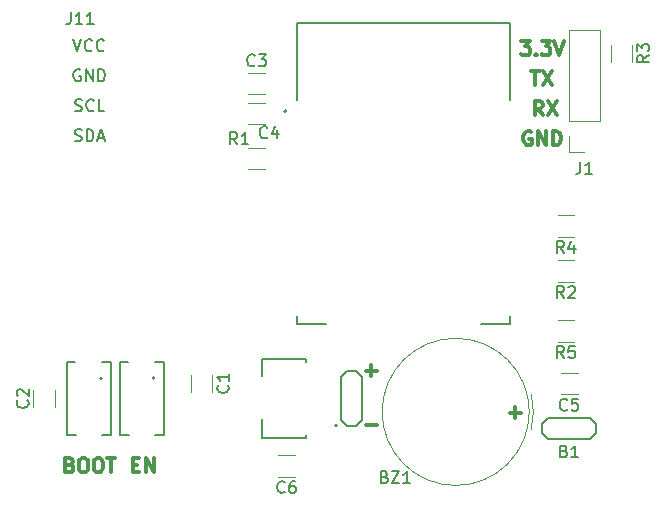
<source format=gbr>
G04 #@! TF.GenerationSoftware,KiCad,Pcbnew,(5.1.7)-1*
G04 #@! TF.CreationDate,2021-04-12T14:54:16+02:00*
G04 #@! TF.ProjectId,FitnessTracker.kicad_pcb2,4669746e-6573-4735-9472-61636b65722e,rev?*
G04 #@! TF.SameCoordinates,Original*
G04 #@! TF.FileFunction,Legend,Top*
G04 #@! TF.FilePolarity,Positive*
%FSLAX46Y46*%
G04 Gerber Fmt 4.6, Leading zero omitted, Abs format (unit mm)*
G04 Created by KiCad (PCBNEW (5.1.7)-1) date 2021-04-12 14:54:16*
%MOMM*%
%LPD*%
G01*
G04 APERTURE LIST*
%ADD10C,0.300000*%
%ADD11C,0.120000*%
%ADD12C,0.150000*%
%ADD13C,0.200000*%
%ADD14C,0.127000*%
%ADD15C,0.050000*%
G04 APERTURE END LIST*
D10*
X188518857Y-95589714D02*
X189433142Y-95589714D01*
X188518857Y-91017714D02*
X189433142Y-91017714D01*
X188976000Y-91474857D02*
X188976000Y-90560571D01*
X202539714Y-70774000D02*
X202425428Y-70716857D01*
X202254000Y-70716857D01*
X202082571Y-70774000D01*
X201968285Y-70888285D01*
X201911142Y-71002571D01*
X201854000Y-71231142D01*
X201854000Y-71402571D01*
X201911142Y-71631142D01*
X201968285Y-71745428D01*
X202082571Y-71859714D01*
X202254000Y-71916857D01*
X202368285Y-71916857D01*
X202539714Y-71859714D01*
X202596857Y-71802571D01*
X202596857Y-71402571D01*
X202368285Y-71402571D01*
X203111142Y-71916857D02*
X203111142Y-70716857D01*
X203796857Y-71916857D01*
X203796857Y-70716857D01*
X204368285Y-71916857D02*
X204368285Y-70716857D01*
X204654000Y-70716857D01*
X204825428Y-70774000D01*
X204939714Y-70888285D01*
X204996857Y-71002571D01*
X205054000Y-71231142D01*
X205054000Y-71402571D01*
X204996857Y-71631142D01*
X204939714Y-71745428D01*
X204825428Y-71859714D01*
X204654000Y-71916857D01*
X204368285Y-71916857D01*
X202539714Y-65636857D02*
X203225428Y-65636857D01*
X202882571Y-66836857D02*
X202882571Y-65636857D01*
X203511142Y-65636857D02*
X204311142Y-66836857D01*
X204311142Y-65636857D02*
X203511142Y-66836857D01*
X203508000Y-69376857D02*
X203108000Y-68805428D01*
X202822285Y-69376857D02*
X202822285Y-68176857D01*
X203279428Y-68176857D01*
X203393714Y-68234000D01*
X203450857Y-68291142D01*
X203508000Y-68405428D01*
X203508000Y-68576857D01*
X203450857Y-68691142D01*
X203393714Y-68748285D01*
X203279428Y-68805428D01*
X202822285Y-68805428D01*
X203908000Y-68176857D02*
X204708000Y-69376857D01*
X204708000Y-68176857D02*
X203908000Y-69376857D01*
X201682571Y-63096857D02*
X202425428Y-63096857D01*
X202025428Y-63554000D01*
X202196857Y-63554000D01*
X202311142Y-63611142D01*
X202368285Y-63668285D01*
X202425428Y-63782571D01*
X202425428Y-64068285D01*
X202368285Y-64182571D01*
X202311142Y-64239714D01*
X202196857Y-64296857D01*
X201854000Y-64296857D01*
X201739714Y-64239714D01*
X201682571Y-64182571D01*
X202939714Y-64182571D02*
X202996857Y-64239714D01*
X202939714Y-64296857D01*
X202882571Y-64239714D01*
X202939714Y-64182571D01*
X202939714Y-64296857D01*
X203396857Y-63096857D02*
X204139714Y-63096857D01*
X203739714Y-63554000D01*
X203911142Y-63554000D01*
X204025428Y-63611142D01*
X204082571Y-63668285D01*
X204139714Y-63782571D01*
X204139714Y-64068285D01*
X204082571Y-64182571D01*
X204025428Y-64239714D01*
X203911142Y-64296857D01*
X203568285Y-64296857D01*
X203454000Y-64239714D01*
X203396857Y-64182571D01*
X204482571Y-63096857D02*
X204882571Y-64296857D01*
X205282571Y-63096857D01*
X200710857Y-94573714D02*
X201625142Y-94573714D01*
X201168000Y-95030857D02*
X201168000Y-94116571D01*
X163471428Y-98974285D02*
X163642857Y-99031428D01*
X163700000Y-99088571D01*
X163757142Y-99202857D01*
X163757142Y-99374285D01*
X163700000Y-99488571D01*
X163642857Y-99545714D01*
X163528571Y-99602857D01*
X163071428Y-99602857D01*
X163071428Y-98402857D01*
X163471428Y-98402857D01*
X163585714Y-98460000D01*
X163642857Y-98517142D01*
X163700000Y-98631428D01*
X163700000Y-98745714D01*
X163642857Y-98860000D01*
X163585714Y-98917142D01*
X163471428Y-98974285D01*
X163071428Y-98974285D01*
X164500000Y-98402857D02*
X164728571Y-98402857D01*
X164842857Y-98460000D01*
X164957142Y-98574285D01*
X165014285Y-98802857D01*
X165014285Y-99202857D01*
X164957142Y-99431428D01*
X164842857Y-99545714D01*
X164728571Y-99602857D01*
X164500000Y-99602857D01*
X164385714Y-99545714D01*
X164271428Y-99431428D01*
X164214285Y-99202857D01*
X164214285Y-98802857D01*
X164271428Y-98574285D01*
X164385714Y-98460000D01*
X164500000Y-98402857D01*
X165757142Y-98402857D02*
X165985714Y-98402857D01*
X166100000Y-98460000D01*
X166214285Y-98574285D01*
X166271428Y-98802857D01*
X166271428Y-99202857D01*
X166214285Y-99431428D01*
X166100000Y-99545714D01*
X165985714Y-99602857D01*
X165757142Y-99602857D01*
X165642857Y-99545714D01*
X165528571Y-99431428D01*
X165471428Y-99202857D01*
X165471428Y-98802857D01*
X165528571Y-98574285D01*
X165642857Y-98460000D01*
X165757142Y-98402857D01*
X166614285Y-98402857D02*
X167300000Y-98402857D01*
X166957142Y-99602857D02*
X166957142Y-98402857D01*
X168786285Y-98974285D02*
X169186285Y-98974285D01*
X169357714Y-99602857D02*
X168786285Y-99602857D01*
X168786285Y-98402857D01*
X169357714Y-98402857D01*
X169872000Y-99602857D02*
X169872000Y-98402857D01*
X170557714Y-99602857D01*
X170557714Y-98402857D01*
D11*
X202358000Y-94488000D02*
G75*
G03*
X202358000Y-94488000I-6230000J0D01*
G01*
X202528000Y-92988001D02*
G75*
G02*
X202528000Y-95988000I-6400000J-1499999D01*
G01*
D12*
X207540000Y-96785000D02*
X203940000Y-96785000D01*
X203940000Y-96785000D02*
X203440000Y-96285000D01*
X203440000Y-96285000D02*
X203440000Y-95485000D01*
X203440000Y-95485000D02*
X203940000Y-94985000D01*
X203940000Y-94985000D02*
X207540000Y-94985000D01*
X207540000Y-94985000D02*
X208040000Y-95485000D01*
X208040000Y-95485000D02*
X208040000Y-96285000D01*
X208040000Y-96285000D02*
X207540000Y-96785000D01*
X188225000Y-91545000D02*
X188225000Y-95145000D01*
X188225000Y-95145000D02*
X187725000Y-95645000D01*
X187725000Y-95645000D02*
X186925000Y-95645000D01*
X186925000Y-95645000D02*
X186425000Y-95145000D01*
X186425000Y-95145000D02*
X186425000Y-91545000D01*
X186425000Y-91545000D02*
X186925000Y-91045000D01*
X186925000Y-91045000D02*
X187725000Y-91045000D01*
X187725000Y-91045000D02*
X188225000Y-91545000D01*
D13*
X186083000Y-95635000D02*
G75*
G03*
X186083000Y-95635000I-100000J0D01*
G01*
D14*
X179750000Y-95105000D02*
X179750000Y-96705000D01*
X179750000Y-89985000D02*
X179750000Y-91475000D01*
X183470000Y-90235000D02*
X183470000Y-89985000D01*
X183470000Y-96705000D02*
X183470000Y-96445000D01*
X183470000Y-89985000D02*
X179750000Y-89985000D01*
X183470000Y-96705000D02*
X179750000Y-96705000D01*
X200697000Y-61545000D02*
X200697000Y-68045000D01*
X182697000Y-61545000D02*
X200697000Y-61545000D01*
X182697000Y-68045000D02*
X182697000Y-61545000D01*
X200697000Y-87045000D02*
X200697000Y-86395000D01*
X198247000Y-87045000D02*
X200697000Y-87045000D01*
X182697000Y-87045000D02*
X185147000Y-87045000D01*
X182697000Y-86395000D02*
X182697000Y-87045000D01*
D13*
X181797000Y-69045000D02*
G75*
G03*
X181797000Y-69045000I-100000J0D01*
G01*
X166200000Y-91645000D02*
G75*
G03*
X166200000Y-91645000I-100000J0D01*
G01*
X163250000Y-96445000D02*
X164000000Y-96445000D01*
X163250000Y-90245000D02*
X163250000Y-96445000D01*
X163900000Y-90245000D02*
X163250000Y-90245000D01*
X166950000Y-96445000D02*
X166200000Y-96445000D01*
X166950000Y-90245000D02*
X166950000Y-96445000D01*
X166200000Y-90245000D02*
X166950000Y-90245000D01*
X170645000Y-91645000D02*
G75*
G03*
X170645000Y-91645000I-100000J0D01*
G01*
X167695000Y-96445000D02*
X168445000Y-96445000D01*
X167695000Y-90245000D02*
X167695000Y-96445000D01*
X168345000Y-90245000D02*
X167695000Y-90245000D01*
X171395000Y-96445000D02*
X170645000Y-96445000D01*
X171395000Y-90245000D02*
X171395000Y-96445000D01*
X170645000Y-90245000D02*
X171395000Y-90245000D01*
D11*
X173715000Y-91363748D02*
X173715000Y-92786252D01*
X175535000Y-91363748D02*
X175535000Y-92786252D01*
X162200000Y-92633748D02*
X162200000Y-94056252D01*
X160380000Y-92633748D02*
X160380000Y-94056252D01*
X178563748Y-65765000D02*
X179986252Y-65765000D01*
X178563748Y-67585000D02*
X179986252Y-67585000D01*
X178563748Y-70125000D02*
X179986252Y-70125000D01*
X178563748Y-68305000D02*
X179986252Y-68305000D01*
X206451252Y-91165000D02*
X205028748Y-91165000D01*
X206451252Y-92985000D02*
X205028748Y-92985000D01*
X182526252Y-99970000D02*
X181103748Y-99970000D01*
X182526252Y-98150000D02*
X181103748Y-98150000D01*
X178563748Y-73935000D02*
X179986252Y-73935000D01*
X178563748Y-72115000D02*
X179986252Y-72115000D01*
X206173752Y-83460000D02*
X204751248Y-83460000D01*
X206173752Y-81640000D02*
X204751248Y-81640000D01*
X211095000Y-63423748D02*
X211095000Y-64846252D01*
X209275000Y-63423748D02*
X209275000Y-64846252D01*
X206173752Y-77830000D02*
X204751248Y-77830000D01*
X206173752Y-79650000D02*
X204751248Y-79650000D01*
X206173752Y-88540000D02*
X204751248Y-88540000D01*
X206173752Y-86720000D02*
X204751248Y-86720000D01*
X207010000Y-72450000D02*
X205680000Y-72450000D01*
X205680000Y-72450000D02*
X205680000Y-71120000D01*
X205680000Y-69850000D02*
X205680000Y-62170000D01*
X208340000Y-62170000D02*
X205680000Y-62170000D01*
X208340000Y-69850000D02*
X208340000Y-62170000D01*
X208340000Y-69850000D02*
X205680000Y-69850000D01*
D12*
X163528476Y-60666380D02*
X163528476Y-61380666D01*
X163480857Y-61523523D01*
X163385619Y-61618761D01*
X163242761Y-61666380D01*
X163147523Y-61666380D01*
X164528476Y-61666380D02*
X163957047Y-61666380D01*
X164242761Y-61666380D02*
X164242761Y-60666380D01*
X164147523Y-60809238D01*
X164052285Y-60904476D01*
X163957047Y-60952095D01*
X165480857Y-61666380D02*
X164909428Y-61666380D01*
X165195142Y-61666380D02*
X165195142Y-60666380D01*
X165099904Y-60809238D01*
X165004666Y-60904476D01*
X164909428Y-60952095D01*
X163885714Y-71524761D02*
X164028571Y-71572380D01*
X164266666Y-71572380D01*
X164361904Y-71524761D01*
X164409523Y-71477142D01*
X164457142Y-71381904D01*
X164457142Y-71286666D01*
X164409523Y-71191428D01*
X164361904Y-71143809D01*
X164266666Y-71096190D01*
X164076190Y-71048571D01*
X163980952Y-71000952D01*
X163933333Y-70953333D01*
X163885714Y-70858095D01*
X163885714Y-70762857D01*
X163933333Y-70667619D01*
X163980952Y-70620000D01*
X164076190Y-70572380D01*
X164314285Y-70572380D01*
X164457142Y-70620000D01*
X164885714Y-71572380D02*
X164885714Y-70572380D01*
X165123809Y-70572380D01*
X165266666Y-70620000D01*
X165361904Y-70715238D01*
X165409523Y-70810476D01*
X165457142Y-71000952D01*
X165457142Y-71143809D01*
X165409523Y-71334285D01*
X165361904Y-71429523D01*
X165266666Y-71524761D01*
X165123809Y-71572380D01*
X164885714Y-71572380D01*
X165838095Y-71286666D02*
X166314285Y-71286666D01*
X165742857Y-71572380D02*
X166076190Y-70572380D01*
X166409523Y-71572380D01*
X163909523Y-68984761D02*
X164052380Y-69032380D01*
X164290476Y-69032380D01*
X164385714Y-68984761D01*
X164433333Y-68937142D01*
X164480952Y-68841904D01*
X164480952Y-68746666D01*
X164433333Y-68651428D01*
X164385714Y-68603809D01*
X164290476Y-68556190D01*
X164100000Y-68508571D01*
X164004761Y-68460952D01*
X163957142Y-68413333D01*
X163909523Y-68318095D01*
X163909523Y-68222857D01*
X163957142Y-68127619D01*
X164004761Y-68080000D01*
X164100000Y-68032380D01*
X164338095Y-68032380D01*
X164480952Y-68080000D01*
X165480952Y-68937142D02*
X165433333Y-68984761D01*
X165290476Y-69032380D01*
X165195238Y-69032380D01*
X165052380Y-68984761D01*
X164957142Y-68889523D01*
X164909523Y-68794285D01*
X164861904Y-68603809D01*
X164861904Y-68460952D01*
X164909523Y-68270476D01*
X164957142Y-68175238D01*
X165052380Y-68080000D01*
X165195238Y-68032380D01*
X165290476Y-68032380D01*
X165433333Y-68080000D01*
X165480952Y-68127619D01*
X166385714Y-69032380D02*
X165909523Y-69032380D01*
X165909523Y-68032380D01*
X164338095Y-65540000D02*
X164242857Y-65492380D01*
X164100000Y-65492380D01*
X163957142Y-65540000D01*
X163861904Y-65635238D01*
X163814285Y-65730476D01*
X163766666Y-65920952D01*
X163766666Y-66063809D01*
X163814285Y-66254285D01*
X163861904Y-66349523D01*
X163957142Y-66444761D01*
X164100000Y-66492380D01*
X164195238Y-66492380D01*
X164338095Y-66444761D01*
X164385714Y-66397142D01*
X164385714Y-66063809D01*
X164195238Y-66063809D01*
X164814285Y-66492380D02*
X164814285Y-65492380D01*
X165385714Y-66492380D01*
X165385714Y-65492380D01*
X165861904Y-66492380D02*
X165861904Y-65492380D01*
X166100000Y-65492380D01*
X166242857Y-65540000D01*
X166338095Y-65635238D01*
X166385714Y-65730476D01*
X166433333Y-65920952D01*
X166433333Y-66063809D01*
X166385714Y-66254285D01*
X166338095Y-66349523D01*
X166242857Y-66444761D01*
X166100000Y-66492380D01*
X165861904Y-66492380D01*
X163766666Y-62952380D02*
X164100000Y-63952380D01*
X164433333Y-62952380D01*
X165338095Y-63857142D02*
X165290476Y-63904761D01*
X165147619Y-63952380D01*
X165052380Y-63952380D01*
X164909523Y-63904761D01*
X164814285Y-63809523D01*
X164766666Y-63714285D01*
X164719047Y-63523809D01*
X164719047Y-63380952D01*
X164766666Y-63190476D01*
X164814285Y-63095238D01*
X164909523Y-63000000D01*
X165052380Y-62952380D01*
X165147619Y-62952380D01*
X165290476Y-63000000D01*
X165338095Y-63047619D01*
X166338095Y-63857142D02*
X166290476Y-63904761D01*
X166147619Y-63952380D01*
X166052380Y-63952380D01*
X165909523Y-63904761D01*
X165814285Y-63809523D01*
X165766666Y-63714285D01*
X165719047Y-63523809D01*
X165719047Y-63380952D01*
X165766666Y-63190476D01*
X165814285Y-63095238D01*
X165909523Y-63000000D01*
X166052380Y-62952380D01*
X166147619Y-62952380D01*
X166290476Y-63000000D01*
X166338095Y-63047619D01*
X190127047Y-100004571D02*
X190269904Y-100052190D01*
X190317523Y-100099809D01*
X190365142Y-100195047D01*
X190365142Y-100337904D01*
X190317523Y-100433142D01*
X190269904Y-100480761D01*
X190174666Y-100528380D01*
X189793714Y-100528380D01*
X189793714Y-99528380D01*
X190127047Y-99528380D01*
X190222285Y-99576000D01*
X190269904Y-99623619D01*
X190317523Y-99718857D01*
X190317523Y-99814095D01*
X190269904Y-99909333D01*
X190222285Y-99956952D01*
X190127047Y-100004571D01*
X189793714Y-100004571D01*
X190698476Y-99528380D02*
X191365142Y-99528380D01*
X190698476Y-100528380D01*
X191365142Y-100528380D01*
X192269904Y-100528380D02*
X191698476Y-100528380D01*
X191984190Y-100528380D02*
X191984190Y-99528380D01*
X191888952Y-99671238D01*
X191793714Y-99766476D01*
X191698476Y-99814095D01*
X205305238Y-97813571D02*
X205448095Y-97861190D01*
X205495714Y-97908809D01*
X205543333Y-98004047D01*
X205543333Y-98146904D01*
X205495714Y-98242142D01*
X205448095Y-98289761D01*
X205352857Y-98337380D01*
X204971904Y-98337380D01*
X204971904Y-97337380D01*
X205305238Y-97337380D01*
X205400476Y-97385000D01*
X205448095Y-97432619D01*
X205495714Y-97527857D01*
X205495714Y-97623095D01*
X205448095Y-97718333D01*
X205400476Y-97765952D01*
X205305238Y-97813571D01*
X204971904Y-97813571D01*
X206495714Y-98337380D02*
X205924285Y-98337380D01*
X206210000Y-98337380D02*
X206210000Y-97337380D01*
X206114761Y-97480238D01*
X206019523Y-97575476D01*
X205924285Y-97623095D01*
D15*
D12*
X176832142Y-92241666D02*
X176879761Y-92289285D01*
X176927380Y-92432142D01*
X176927380Y-92527380D01*
X176879761Y-92670238D01*
X176784523Y-92765476D01*
X176689285Y-92813095D01*
X176498809Y-92860714D01*
X176355952Y-92860714D01*
X176165476Y-92813095D01*
X176070238Y-92765476D01*
X175975000Y-92670238D01*
X175927380Y-92527380D01*
X175927380Y-92432142D01*
X175975000Y-92289285D01*
X176022619Y-92241666D01*
X176927380Y-91289285D02*
X176927380Y-91860714D01*
X176927380Y-91575000D02*
X175927380Y-91575000D01*
X176070238Y-91670238D01*
X176165476Y-91765476D01*
X176213095Y-91860714D01*
X159869142Y-93511666D02*
X159916761Y-93559285D01*
X159964380Y-93702142D01*
X159964380Y-93797380D01*
X159916761Y-93940238D01*
X159821523Y-94035476D01*
X159726285Y-94083095D01*
X159535809Y-94130714D01*
X159392952Y-94130714D01*
X159202476Y-94083095D01*
X159107238Y-94035476D01*
X159012000Y-93940238D01*
X158964380Y-93797380D01*
X158964380Y-93702142D01*
X159012000Y-93559285D01*
X159059619Y-93511666D01*
X159059619Y-93130714D02*
X159012000Y-93083095D01*
X158964380Y-92987857D01*
X158964380Y-92749761D01*
X159012000Y-92654523D01*
X159059619Y-92606904D01*
X159154857Y-92559285D01*
X159250095Y-92559285D01*
X159392952Y-92606904D01*
X159964380Y-93178333D01*
X159964380Y-92559285D01*
X179108333Y-65127142D02*
X179060714Y-65174761D01*
X178917857Y-65222380D01*
X178822619Y-65222380D01*
X178679761Y-65174761D01*
X178584523Y-65079523D01*
X178536904Y-64984285D01*
X178489285Y-64793809D01*
X178489285Y-64650952D01*
X178536904Y-64460476D01*
X178584523Y-64365238D01*
X178679761Y-64270000D01*
X178822619Y-64222380D01*
X178917857Y-64222380D01*
X179060714Y-64270000D01*
X179108333Y-64317619D01*
X179441666Y-64222380D02*
X180060714Y-64222380D01*
X179727380Y-64603333D01*
X179870238Y-64603333D01*
X179965476Y-64650952D01*
X180013095Y-64698571D01*
X180060714Y-64793809D01*
X180060714Y-65031904D01*
X180013095Y-65127142D01*
X179965476Y-65174761D01*
X179870238Y-65222380D01*
X179584523Y-65222380D01*
X179489285Y-65174761D01*
X179441666Y-65127142D01*
X180173333Y-71223142D02*
X180125714Y-71270761D01*
X179982857Y-71318380D01*
X179887619Y-71318380D01*
X179744761Y-71270761D01*
X179649523Y-71175523D01*
X179601904Y-71080285D01*
X179554285Y-70889809D01*
X179554285Y-70746952D01*
X179601904Y-70556476D01*
X179649523Y-70461238D01*
X179744761Y-70366000D01*
X179887619Y-70318380D01*
X179982857Y-70318380D01*
X180125714Y-70366000D01*
X180173333Y-70413619D01*
X181030476Y-70651714D02*
X181030476Y-71318380D01*
X180792380Y-70270761D02*
X180554285Y-70985047D01*
X181173333Y-70985047D01*
X205573333Y-94282142D02*
X205525714Y-94329761D01*
X205382857Y-94377380D01*
X205287619Y-94377380D01*
X205144761Y-94329761D01*
X205049523Y-94234523D01*
X205001904Y-94139285D01*
X204954285Y-93948809D01*
X204954285Y-93805952D01*
X205001904Y-93615476D01*
X205049523Y-93520238D01*
X205144761Y-93425000D01*
X205287619Y-93377380D01*
X205382857Y-93377380D01*
X205525714Y-93425000D01*
X205573333Y-93472619D01*
X206478095Y-93377380D02*
X206001904Y-93377380D01*
X205954285Y-93853571D01*
X206001904Y-93805952D01*
X206097142Y-93758333D01*
X206335238Y-93758333D01*
X206430476Y-93805952D01*
X206478095Y-93853571D01*
X206525714Y-93948809D01*
X206525714Y-94186904D01*
X206478095Y-94282142D01*
X206430476Y-94329761D01*
X206335238Y-94377380D01*
X206097142Y-94377380D01*
X206001904Y-94329761D01*
X205954285Y-94282142D01*
X181648333Y-101267142D02*
X181600714Y-101314761D01*
X181457857Y-101362380D01*
X181362619Y-101362380D01*
X181219761Y-101314761D01*
X181124523Y-101219523D01*
X181076904Y-101124285D01*
X181029285Y-100933809D01*
X181029285Y-100790952D01*
X181076904Y-100600476D01*
X181124523Y-100505238D01*
X181219761Y-100410000D01*
X181362619Y-100362380D01*
X181457857Y-100362380D01*
X181600714Y-100410000D01*
X181648333Y-100457619D01*
X182505476Y-100362380D02*
X182315000Y-100362380D01*
X182219761Y-100410000D01*
X182172142Y-100457619D01*
X182076904Y-100600476D01*
X182029285Y-100790952D01*
X182029285Y-101171904D01*
X182076904Y-101267142D01*
X182124523Y-101314761D01*
X182219761Y-101362380D01*
X182410238Y-101362380D01*
X182505476Y-101314761D01*
X182553095Y-101267142D01*
X182600714Y-101171904D01*
X182600714Y-100933809D01*
X182553095Y-100838571D01*
X182505476Y-100790952D01*
X182410238Y-100743333D01*
X182219761Y-100743333D01*
X182124523Y-100790952D01*
X182076904Y-100838571D01*
X182029285Y-100933809D01*
X177633333Y-71826380D02*
X177300000Y-71350190D01*
X177061904Y-71826380D02*
X177061904Y-70826380D01*
X177442857Y-70826380D01*
X177538095Y-70874000D01*
X177585714Y-70921619D01*
X177633333Y-71016857D01*
X177633333Y-71159714D01*
X177585714Y-71254952D01*
X177538095Y-71302571D01*
X177442857Y-71350190D01*
X177061904Y-71350190D01*
X178585714Y-71826380D02*
X178014285Y-71826380D01*
X178300000Y-71826380D02*
X178300000Y-70826380D01*
X178204761Y-70969238D01*
X178109523Y-71064476D01*
X178014285Y-71112095D01*
X205295833Y-84852380D02*
X204962500Y-84376190D01*
X204724404Y-84852380D02*
X204724404Y-83852380D01*
X205105357Y-83852380D01*
X205200595Y-83900000D01*
X205248214Y-83947619D01*
X205295833Y-84042857D01*
X205295833Y-84185714D01*
X205248214Y-84280952D01*
X205200595Y-84328571D01*
X205105357Y-84376190D01*
X204724404Y-84376190D01*
X205676785Y-83947619D02*
X205724404Y-83900000D01*
X205819642Y-83852380D01*
X206057738Y-83852380D01*
X206152976Y-83900000D01*
X206200595Y-83947619D01*
X206248214Y-84042857D01*
X206248214Y-84138095D01*
X206200595Y-84280952D01*
X205629166Y-84852380D01*
X206248214Y-84852380D01*
X212487380Y-64301666D02*
X212011190Y-64635000D01*
X212487380Y-64873095D02*
X211487380Y-64873095D01*
X211487380Y-64492142D01*
X211535000Y-64396904D01*
X211582619Y-64349285D01*
X211677857Y-64301666D01*
X211820714Y-64301666D01*
X211915952Y-64349285D01*
X211963571Y-64396904D01*
X212011190Y-64492142D01*
X212011190Y-64873095D01*
X211487380Y-63968333D02*
X211487380Y-63349285D01*
X211868333Y-63682619D01*
X211868333Y-63539761D01*
X211915952Y-63444523D01*
X211963571Y-63396904D01*
X212058809Y-63349285D01*
X212296904Y-63349285D01*
X212392142Y-63396904D01*
X212439761Y-63444523D01*
X212487380Y-63539761D01*
X212487380Y-63825476D01*
X212439761Y-63920714D01*
X212392142Y-63968333D01*
X205295833Y-81042380D02*
X204962500Y-80566190D01*
X204724404Y-81042380D02*
X204724404Y-80042380D01*
X205105357Y-80042380D01*
X205200595Y-80090000D01*
X205248214Y-80137619D01*
X205295833Y-80232857D01*
X205295833Y-80375714D01*
X205248214Y-80470952D01*
X205200595Y-80518571D01*
X205105357Y-80566190D01*
X204724404Y-80566190D01*
X206152976Y-80375714D02*
X206152976Y-81042380D01*
X205914880Y-79994761D02*
X205676785Y-80709047D01*
X206295833Y-80709047D01*
X205295833Y-89932380D02*
X204962500Y-89456190D01*
X204724404Y-89932380D02*
X204724404Y-88932380D01*
X205105357Y-88932380D01*
X205200595Y-88980000D01*
X205248214Y-89027619D01*
X205295833Y-89122857D01*
X205295833Y-89265714D01*
X205248214Y-89360952D01*
X205200595Y-89408571D01*
X205105357Y-89456190D01*
X204724404Y-89456190D01*
X206200595Y-88932380D02*
X205724404Y-88932380D01*
X205676785Y-89408571D01*
X205724404Y-89360952D01*
X205819642Y-89313333D01*
X206057738Y-89313333D01*
X206152976Y-89360952D01*
X206200595Y-89408571D01*
X206248214Y-89503809D01*
X206248214Y-89741904D01*
X206200595Y-89837142D01*
X206152976Y-89884761D01*
X206057738Y-89932380D01*
X205819642Y-89932380D01*
X205724404Y-89884761D01*
X205676785Y-89837142D01*
X206676666Y-73342380D02*
X206676666Y-74056666D01*
X206629047Y-74199523D01*
X206533809Y-74294761D01*
X206390952Y-74342380D01*
X206295714Y-74342380D01*
X207676666Y-74342380D02*
X207105238Y-74342380D01*
X207390952Y-74342380D02*
X207390952Y-73342380D01*
X207295714Y-73485238D01*
X207200476Y-73580476D01*
X207105238Y-73628095D01*
M02*

</source>
